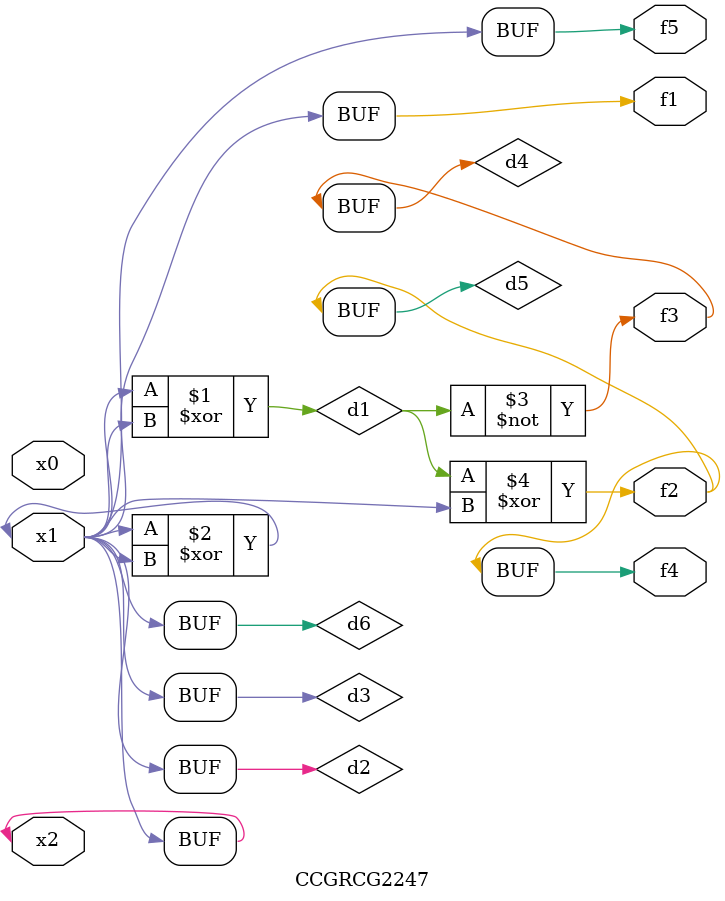
<source format=v>
module CCGRCG2247(
	input x0, x1, x2,
	output f1, f2, f3, f4, f5
);

	wire d1, d2, d3, d4, d5, d6;

	xor (d1, x1, x2);
	buf (d2, x1, x2);
	xor (d3, x1, x2);
	nor (d4, d1);
	xor (d5, d1, d2);
	buf (d6, d2, d3);
	assign f1 = d6;
	assign f2 = d5;
	assign f3 = d4;
	assign f4 = d5;
	assign f5 = d6;
endmodule

</source>
